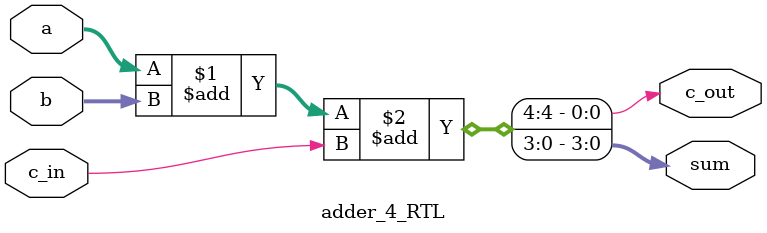
<source format=v>
module adder_4_RTL (a, b, c_in, sum, c_out);
 output [3:0] sum; 
 output c_out; 
 input [3:0] a, b; 
 input c_in; 
 assign {c_out, sum} = a + b + c_in; 
 endmodule 
</source>
